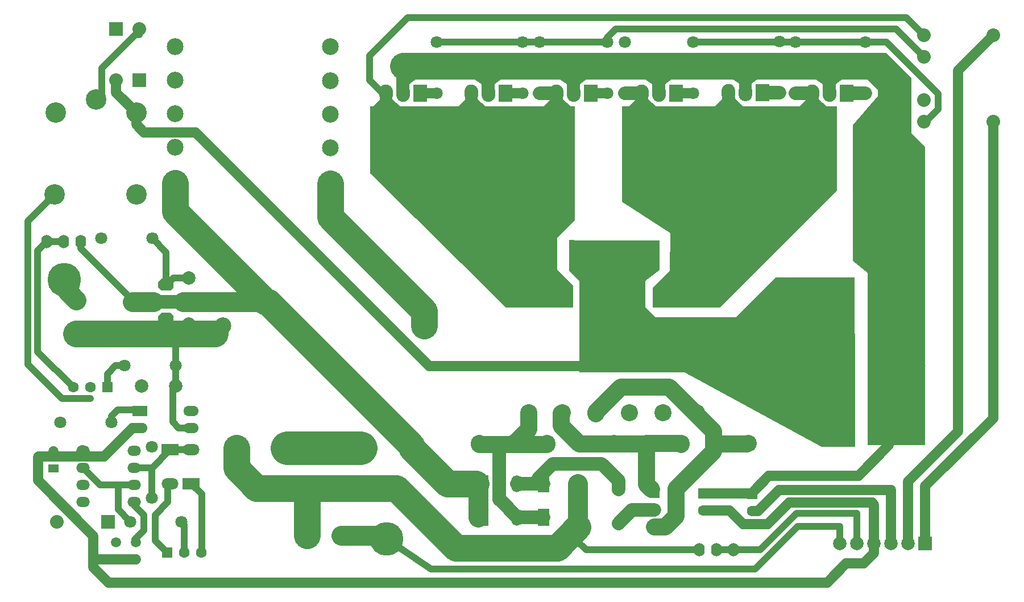
<source format=gbl>
%FSLAX24Y24*%
%MOIN*%
G70*
G01*
G75*
G04 Layer_Physical_Order=2*
G04 Layer_Color=16711680*
%ADD10C,0.0394*%
%ADD11C,0.0591*%
%ADD12C,0.0787*%
%ADD13C,0.1969*%
%ADD14C,0.1575*%
%ADD15C,0.1181*%
%ADD16C,0.0984*%
%ADD17C,0.0984*%
%ADD18C,0.1000*%
%ADD19C,0.0591*%
%ADD20C,0.0787*%
%ADD21C,0.1969*%
%ADD22C,0.0800*%
%ADD23C,0.0709*%
%ADD24C,0.0630*%
%ADD25R,0.0630X0.0630*%
%ADD26O,0.0630X0.0787*%
%ADD27C,0.1200*%
%ADD28O,0.0800X0.1000*%
%ADD29R,0.0800X0.1000*%
%ADD30R,0.0787X0.0787*%
%ADD31O,0.0650X0.1000*%
%ADD32R,0.0650X0.1000*%
%ADD33R,0.0800X0.0800*%
%ADD34C,0.1181*%
%ADD35R,0.1181X0.1181*%
%ADD36O,0.0900X0.0600*%
%ADD37R,0.0900X0.0600*%
%ADD38O,0.0787X0.0591*%
%ADD39R,0.0630X0.0630*%
%ADD40R,0.1000X0.0650*%
%ADD41O,0.1000X0.0650*%
%ADD42R,0.0800X0.0800*%
%ADD43O,0.0591X0.0512*%
%ADD44R,0.0591X0.0512*%
G04:AMPARAMS|DCode=45|XSize=70mil|YSize=90mil|CornerRadius=0mil|HoleSize=0mil|Usage=FLASHONLY|Rotation=90.000|XOffset=0mil|YOffset=0mil|HoleType=Round|Shape=Octagon|*
%AMOCTAGOND45*
4,1,8,-0.0450,-0.0175,-0.0450,0.0175,-0.0275,0.0350,0.0275,0.0350,0.0450,0.0175,0.0450,-0.0175,0.0275,-0.0350,-0.0275,-0.0350,-0.0450,-0.0175,0.0*
%
%ADD45OCTAGOND45*%

%ADD46C,0.0394*%
G36*
X358120Y38698D02*
X358199Y38619D01*
X358278Y37871D01*
X358768Y37438D01*
X362083D01*
X362451Y37832D01*
Y38462D01*
X362490Y38541D01*
X362608Y38659D01*
X362726Y38698D01*
X362923D01*
X363041Y38659D01*
X363120Y38580D01*
X363199Y37832D01*
X363645Y37438D01*
X364262D01*
Y32478D01*
X359577Y27793D01*
Y27793D01*
X357411Y25627D01*
X353474D01*
Y26808D01*
X354459Y27793D01*
X354498Y29997D01*
X351663Y31848D01*
Y37438D01*
X352083D01*
X352451Y37832D01*
Y38462D01*
X352490Y38541D01*
X352608Y38659D01*
X352726Y38698D01*
X352923D01*
X353041Y38659D01*
X353120Y38580D01*
X353199Y37832D01*
X353645Y37438D01*
X357125D01*
X357530Y37871D01*
Y38501D01*
X357569Y38580D01*
X357687Y38698D01*
X357805Y38737D01*
X358002D01*
X358120Y38698D01*
D02*
G37*
G36*
X339747Y39176D02*
X339183Y38737D01*
X339196Y37956D01*
X339156Y37877D01*
X339038Y37759D01*
X338920Y37719D01*
X338723D01*
X338605Y37759D01*
X338526Y37837D01*
X338435Y38029D01*
Y39407D01*
X339747Y39176D01*
D02*
G37*
G36*
X348041Y38659D02*
X348120Y38580D01*
X348199Y37832D01*
X348645Y37438D01*
X348907D01*
Y30785D01*
X347845Y29722D01*
Y27871D01*
X348789Y26926D01*
Y25627D01*
X344852D01*
X336900Y33501D01*
Y37438D01*
X337083D01*
X337451Y37832D01*
Y38462D01*
X337490Y38541D01*
X337608Y38659D01*
X337726Y38698D01*
X337923D01*
X338041Y38659D01*
X338120Y38580D01*
X338199Y37832D01*
X338645Y37438D01*
X342083D01*
X342451Y37832D01*
Y38462D01*
X342490Y38541D01*
X342608Y38659D01*
X342726Y38698D01*
X342923D01*
X343041Y38659D01*
X343120Y38580D01*
X343199Y37832D01*
X343645Y37438D01*
X347083D01*
X347451Y37832D01*
Y38462D01*
X347490Y38541D01*
X347608Y38659D01*
X347726Y38698D01*
X347923D01*
X348041Y38659D01*
D02*
G37*
G36*
X349144Y29564D02*
X353868D01*
Y27832D01*
X353041Y27202D01*
Y25627D01*
X353632Y25076D01*
X358317D01*
X360679Y27399D01*
X365285D01*
X365325Y20824D01*
Y17478D01*
X363356D01*
X355325Y21848D01*
X349144D01*
Y27202D01*
X348553Y27793D01*
Y29604D01*
X349144Y29564D01*
D02*
G37*
G36*
X368632Y39092D02*
Y35863D01*
X369419Y35076D01*
Y22281D01*
X369459Y22241D01*
X369419Y22202D01*
Y17556D01*
X366073D01*
Y27674D01*
X365207Y28383D01*
Y36336D01*
X366663Y38029D01*
Y38422D01*
X365955Y39131D01*
Y40588D01*
X367175D01*
X368632Y39092D01*
D02*
G37*
G36*
X364183Y38737D02*
X364196Y37956D01*
X364156Y37877D01*
X364038Y37759D01*
X363920Y37719D01*
X363723D01*
X363605Y37759D01*
X363526Y37837D01*
X363435Y38029D01*
Y38737D01*
X362778Y39176D01*
X364747D01*
X364183Y38737D01*
D02*
G37*
G36*
X359262Y38777D02*
X359274Y37995D01*
X359235Y37916D01*
X359117Y37798D01*
X358999Y37759D01*
X358802D01*
X358684Y37798D01*
X358605Y37877D01*
X358514Y38068D01*
Y38777D01*
X357857Y39215D01*
X359826D01*
X359262Y38777D01*
D02*
G37*
G36*
X354183Y38737D02*
X354196Y37956D01*
X354156Y37877D01*
X354038Y37759D01*
X353920Y37719D01*
X353723D01*
X353605Y37759D01*
X353526Y37837D01*
X353435Y38029D01*
Y38737D01*
X352778Y39176D01*
X354747D01*
X354183Y38737D01*
D02*
G37*
G36*
X344183D02*
X344196Y37956D01*
X344156Y37877D01*
X344038Y37759D01*
X343920Y37719D01*
X343723D01*
X343605Y37759D01*
X343526Y37837D01*
X343435Y38029D01*
Y38737D01*
X342778Y39176D01*
X344747D01*
X344183Y38737D01*
D02*
G37*
G36*
X349183D02*
X349196Y37956D01*
X349156Y37877D01*
X349038Y37759D01*
X348920Y37719D01*
X348723D01*
X348605Y37759D01*
X348526Y37837D01*
X348435Y38029D01*
Y38737D01*
X347778Y39176D01*
X349747D01*
X349183Y38737D01*
D02*
G37*
D10*
X325989Y11280D02*
Y12917D01*
X325835Y13071D02*
X325989Y12917D01*
X322115Y13791D02*
Y15207D01*
Y13791D02*
X322835Y13071D01*
X323063Y14023D02*
X323622Y13465D01*
X323087Y12028D02*
X323622Y12563D01*
Y13465D01*
X323063Y14023D02*
Y14228D01*
X349556Y11437D02*
X356193D01*
X349007Y11986D02*
X349556Y11437D01*
X365435Y12087D02*
Y13563D01*
X361878D02*
X365435D01*
X359752Y11437D02*
X361878Y13563D01*
X357193Y11437D02*
X358193D01*
X359752D01*
X324941Y24124D02*
Y24965D01*
X325508Y21028D02*
X325532Y21004D01*
X325508Y21028D02*
Y22224D01*
Y23413D01*
X327028Y11319D02*
Y14697D01*
X326406Y15319D02*
X327028Y14697D01*
X324280Y11988D02*
X324989Y11280D01*
X324280Y11988D02*
Y13474D01*
X325028Y14222D01*
Y15165D01*
X324083Y16220D02*
X325177Y17314D01*
X324074Y16228D02*
X324083Y16220D01*
Y14461D02*
Y16220D01*
X323063Y16228D02*
X324074D01*
X325182Y17319D02*
X326406D01*
X325177Y17314D02*
X325182Y17319D01*
X323343Y19643D02*
X323400Y19587D01*
X322096Y19643D02*
X323343D01*
X321717Y19263D02*
X322096Y19643D01*
X321717Y18903D02*
Y19263D01*
X323256Y19587D02*
X323400D01*
X321957Y22224D02*
X322508D01*
X321485Y21752D02*
X321957Y22224D01*
X321485Y20965D02*
Y21752D01*
X317917Y29503D02*
X318917D01*
X320815Y37854D02*
X321170Y38209D01*
Y39665D01*
X323134Y41630D01*
X323374D01*
X324941Y26965D02*
Y28878D01*
X324117Y29703D02*
X324941Y28878D01*
X325359Y27382D02*
X326248D01*
X324941Y26965D02*
X325359Y27382D01*
X369162Y41594D02*
X369359D01*
X336860Y38974D02*
Y40411D01*
X337625Y38209D02*
X337823D01*
X336860Y38974D02*
X337625Y38209D01*
X320063Y16228D02*
X321063Y15228D01*
X322136D01*
X323063D01*
X322115Y15207D02*
X322136Y15228D01*
X325672Y18587D02*
X326400D01*
X325325Y18934D02*
X325672Y18587D01*
X325325Y18934D02*
Y20876D01*
X325493Y21043D01*
X316821Y30707D02*
X318378Y32264D01*
X316821Y22320D02*
Y30707D01*
Y22320D02*
X318822Y20319D01*
X370185Y37264D02*
Y38184D01*
X369477Y36555D02*
X370185Y37264D01*
X369359Y36555D02*
X369477D01*
X361839Y41209D02*
X367161D01*
X370185Y38184D01*
X355823Y41209D02*
X361839D01*
X336860Y40411D02*
X339085Y42635D01*
X368318D01*
X369359Y41594D01*
X351305Y41966D02*
X367728D01*
X350807Y41469D02*
X351305Y41966D01*
X367728D02*
X369359Y40335D01*
X350807Y41209D02*
Y41469D01*
X345823Y41209D02*
X346839D01*
X350807D01*
X340807D02*
X345823D01*
X361977Y12796D02*
X364435D01*
X359477Y10295D02*
X361977Y12796D01*
X337874Y12087D02*
X340461Y10295D01*
X359477D01*
X322402Y15228D02*
X323063D01*
X324941Y24124D02*
Y24965D01*
X319917Y29103D02*
X323055Y25965D01*
X324941D01*
X319917Y29103D02*
Y29503D01*
X318822Y20319D02*
X320485D01*
X317402Y23048D02*
X319485Y20965D01*
X317402Y23048D02*
Y28987D01*
X317917Y29503D01*
X364435Y11811D02*
Y12796D01*
X365297Y11949D02*
X365435Y12087D01*
D11*
X322008Y10878D02*
X323150D01*
X320739D02*
X322008D01*
X320673Y10945D02*
X320739Y10878D01*
X320673Y10945D02*
Y12248D01*
Y10390D02*
Y10945D01*
X321555Y9508D02*
X363694D01*
X320673Y10390D02*
X321555Y9508D01*
X317411Y15509D02*
X320673Y12248D01*
X354823Y38209D02*
X355823D01*
X349823D02*
X350807D01*
X344823D02*
X345823D01*
X339823D02*
X340807D01*
X367435Y11811D02*
Y14935D01*
X359280Y13705D02*
X359618D01*
X360855Y14941D01*
X367430D01*
X367293Y17556D02*
Y18502D01*
X367272Y18524D02*
X367293Y18502D01*
X365516Y15779D02*
X367293Y17556D01*
X360275Y15779D02*
X365516D01*
X359280Y14783D02*
X360275Y15779D01*
X359280Y14705D02*
Y14725D01*
Y14783D01*
X356422Y14725D02*
X359280D01*
X357902Y37028D02*
Y38248D01*
X320011Y17281D02*
X320063Y17228D01*
X317411Y15509D02*
Y16887D01*
X317445Y16920D01*
X318317Y17125D02*
Y17203D01*
X322975Y18587D02*
X323400D01*
X321309Y16920D02*
X322975Y18587D01*
X321996Y38248D02*
X323178Y37067D01*
X321996Y38248D02*
Y38961D01*
X323178Y36357D02*
Y37067D01*
X361445Y14193D02*
X366327D01*
X366435Y14085D01*
X356422Y13725D02*
X357976D01*
X358768Y12933D01*
X360185D01*
X361445Y14193D01*
X371367Y39547D02*
X373414Y41594D01*
X369435Y15175D02*
X373414Y19154D01*
Y36555D01*
X368435Y11811D02*
Y15435D01*
X371367Y18366D01*
Y39547D01*
X363694Y9508D02*
X364809Y10624D01*
X317445Y16920D02*
X321309D01*
X366435Y11811D02*
Y14085D01*
X369435Y11811D02*
Y15175D01*
X340347Y22209D02*
X350489D01*
X323178Y36357D02*
X323629Y35906D01*
X326650D01*
X340347Y22209D01*
X364809Y10624D02*
X365820D01*
X366435Y11238D01*
Y11811D01*
D12*
X350118Y19469D02*
X350150D01*
X359902Y38248D02*
X360902D01*
X364823Y38209D02*
X365933D01*
X351820Y38209D02*
X352823D01*
X352248Y13783D02*
X353571D01*
X351445Y12980D02*
X352221Y13756D01*
X344516Y14368D02*
X345498Y13347D01*
X327784Y24114D02*
X328256Y24587D01*
X364823Y38209D02*
X364823Y38209D01*
X333081Y14390D02*
X333178D01*
X361839Y38209D02*
X362823D01*
X346839D02*
X347823D01*
X347606Y16476D02*
X350461D01*
X351445Y15492D01*
X346759Y15629D02*
X347606Y16476D01*
X351445Y14980D02*
Y15492D01*
X345498Y15315D02*
X347073D01*
X345498Y13347D02*
X347073D01*
X344477Y14368D02*
Y17598D01*
X324380Y25980D02*
X325933D01*
D13*
X332036Y17421D02*
X336327D01*
D14*
X338823Y39803D02*
X358778D01*
X366367D02*
X367417Y38753D01*
X358778Y39803D02*
X366367D01*
X339319Y17421D02*
Y17539D01*
X330878Y25980D02*
X339319Y17539D01*
Y17421D02*
X341425Y15315D01*
X343081D01*
X325461Y31280D02*
Y32933D01*
Y31280D02*
X330760Y25980D01*
X340067Y24587D02*
Y25426D01*
X334550Y30943D02*
X340067Y25426D01*
X334550Y30943D02*
Y32912D01*
X324941Y24114D02*
X327784D01*
X319674D02*
X324931D01*
X330243Y15033D02*
X333081D01*
X333178Y14390D02*
Y14936D01*
Y12264D02*
Y14390D01*
X333081Y15033D02*
X338438D01*
X333081D02*
X333178Y14936D01*
X329044Y16232D02*
Y17421D01*
Y16232D02*
X330243Y15033D01*
X338438D02*
X341939Y11533D01*
X347845D01*
X349073Y12761D01*
D15*
X318886Y26870D02*
X318976Y27283D01*
X318886Y26870D02*
X319674Y26083D01*
X349073Y12761D02*
Y15315D01*
X337469Y12264D02*
X337874Y12087D01*
X343238Y13344D02*
Y15312D01*
X325933Y25980D02*
X330760D01*
X322949D02*
X324199D01*
X335185Y12264D02*
X337469D01*
D16*
X351600Y20982D02*
X354440D01*
X350118Y19500D02*
X351600Y20982D01*
X350118Y19409D02*
Y19500D01*
X348099Y18701D02*
Y19449D01*
X353571Y12783D02*
X354209D01*
X349162Y17638D02*
X353099D01*
X348099Y18701D02*
X349162Y17638D01*
X353099Y15256D02*
X353390Y14965D01*
X357036Y17638D02*
X359004D01*
X354440Y20982D02*
X357036Y18386D01*
Y17638D02*
Y18386D01*
X354209Y12783D02*
X354843Y13417D01*
Y15000D01*
X357036Y17193D01*
Y17638D01*
X353099Y15256D02*
Y17677D01*
X355039D01*
X355118Y17598D01*
X343307D02*
X344477D01*
X345276D01*
X347244D01*
X346181Y18504D02*
Y19409D01*
X345276Y17598D02*
X346181Y18504D01*
D17*
X325461Y31102D02*
D03*
Y33071D02*
D03*
Y37008D02*
D03*
Y35039D02*
D03*
Y38976D02*
D03*
Y40945D02*
D03*
X334550Y40924D02*
D03*
Y38955D02*
D03*
Y35018D02*
D03*
Y36987D02*
D03*
Y33050D02*
D03*
Y31081D02*
D03*
X340067Y24587D02*
D03*
X328256D02*
D03*
D18*
X359055Y17657D02*
D03*
X343307D02*
D03*
X345276D02*
D03*
X347244D02*
D03*
X349213D02*
D03*
X357087D02*
D03*
X355118D02*
D03*
X353150D02*
D03*
X351181D02*
D03*
X359055Y28484D02*
D03*
X351181D02*
D03*
X353150D02*
D03*
X355118D02*
D03*
X357087D02*
D03*
X349213D02*
D03*
X347244D02*
D03*
X345276D02*
D03*
X343307D02*
D03*
X354055Y26358D02*
D03*
X356024D02*
D03*
X352087D02*
D03*
X350118D02*
D03*
X348150D02*
D03*
X346181D02*
D03*
Y19469D02*
D03*
X348150D02*
D03*
X350118D02*
D03*
X352087D02*
D03*
X356024D02*
D03*
X354055D02*
D03*
X322941Y25965D02*
D03*
D19*
X322008Y10878D02*
D03*
Y11878D02*
D03*
X323150Y10878D02*
D03*
Y11878D02*
D03*
D20*
X326248Y24665D02*
D03*
Y27382D02*
D03*
X333188Y12120D02*
D03*
X335196D02*
D03*
X364435Y11811D02*
D03*
X365435D02*
D03*
X366435D02*
D03*
X368435D02*
D03*
X367435D02*
D03*
X319674Y26083D02*
D03*
Y24114D02*
D03*
X351445Y12980D02*
D03*
Y14980D02*
D03*
X325493Y21043D02*
D03*
X323493D02*
D03*
D21*
X361485Y23327D02*
D03*
X337874Y12087D02*
D03*
X368335Y22146D02*
D03*
X367744Y29862D02*
D03*
X318976Y27283D02*
D03*
X361563Y21280D02*
D03*
D22*
X369359Y36555D02*
D03*
Y37815D02*
D03*
Y41594D02*
D03*
Y40335D02*
D03*
X373414Y41594D02*
D03*
Y36555D02*
D03*
X323374Y41961D02*
D03*
X321996Y38965D02*
D03*
X318531Y13071D02*
D03*
D23*
X365933Y38209D02*
D03*
Y41209D02*
D03*
X360902Y38248D02*
D03*
Y41248D02*
D03*
X355823Y38209D02*
D03*
Y41209D02*
D03*
X350807Y38209D02*
D03*
Y41209D02*
D03*
X345823Y38209D02*
D03*
Y41209D02*
D03*
X340807Y38209D02*
D03*
Y41209D02*
D03*
X321117Y29703D02*
D03*
X324117D02*
D03*
X361839Y41209D02*
D03*
Y38209D02*
D03*
X346839Y41209D02*
D03*
Y38209D02*
D03*
X322508Y22224D02*
D03*
X325508D02*
D03*
X324083Y17461D02*
D03*
Y14461D02*
D03*
X321717Y18903D02*
D03*
X318717D02*
D03*
X322835Y13071D02*
D03*
X325835D02*
D03*
X351820Y41209D02*
D03*
Y38209D02*
D03*
D24*
X359280Y13705D02*
D03*
X356422Y13725D02*
D03*
X353571Y13783D02*
D03*
Y12783D02*
D03*
X326989Y11280D02*
D03*
X325989D02*
D03*
X319485Y20965D02*
D03*
X320485D02*
D03*
D25*
X359280Y14705D02*
D03*
X356422Y14725D02*
D03*
X353571Y14783D02*
D03*
D26*
X356193Y11437D02*
D03*
X357193D02*
D03*
X358193D02*
D03*
X317917Y29503D02*
D03*
X318917D02*
D03*
X319917D02*
D03*
D27*
X318453Y37067D02*
D03*
X323178D02*
D03*
X318378Y32264D02*
D03*
X323178D02*
D03*
X320815Y37854D02*
D03*
D28*
X337823Y38209D02*
D03*
X338823D02*
D03*
X342823D02*
D03*
X343823D02*
D03*
X347823D02*
D03*
X348823D02*
D03*
X352823D02*
D03*
X353823D02*
D03*
X357902Y38248D02*
D03*
X358902D02*
D03*
X362823Y38209D02*
D03*
X363823D02*
D03*
D29*
X339823D02*
D03*
X344823D02*
D03*
X349823D02*
D03*
X354823D02*
D03*
X359902Y38248D02*
D03*
X364823Y38209D02*
D03*
D30*
X369435Y11811D02*
D03*
D31*
X349073Y15315D02*
D03*
Y13347D02*
D03*
X345498Y13347D02*
D03*
Y15315D02*
D03*
D32*
X347073D02*
D03*
Y13347D02*
D03*
X343498Y13347D02*
D03*
Y15315D02*
D03*
D33*
X323374Y38961D02*
D03*
X321996Y41965D02*
D03*
D34*
X364280Y25768D02*
D03*
Y18524D02*
D03*
X336327Y17421D02*
D03*
X329044D02*
D03*
D35*
X367272Y25768D02*
D03*
Y18524D02*
D03*
X339319Y17421D02*
D03*
X332036D02*
D03*
D36*
X326400Y19587D02*
D03*
Y18587D02*
D03*
X323400D02*
D03*
D37*
Y19587D02*
D03*
D38*
X320063Y17228D02*
D03*
Y16228D02*
D03*
Y15228D02*
D03*
Y14228D02*
D03*
X323063D02*
D03*
Y15228D02*
D03*
Y16228D02*
D03*
Y17228D02*
D03*
D39*
X324989Y11280D02*
D03*
X321485Y20965D02*
D03*
D40*
X325177Y17314D02*
D03*
X326406Y15319D02*
D03*
D41*
X325177Y15314D02*
D03*
X326406Y17319D02*
D03*
D42*
X321531Y13071D02*
D03*
D43*
X318317Y17203D02*
D03*
D44*
Y16203D02*
D03*
D45*
X324941Y26965D02*
D03*
Y25965D02*
D03*
Y24965D02*
D03*
D46*
X320485Y20319D02*
D03*
M02*

</source>
